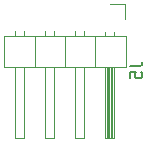
<source format=gbr>
%TF.GenerationSoftware,KiCad,Pcbnew,8.0.9-8.0.9-0~ubuntu22.04.1*%
%TF.CreationDate,2025-05-12T13:18:15+05:45*%
%TF.ProjectId,minor_hardware_pcb,6d696e6f-725f-4686-9172-64776172655f,rev?*%
%TF.SameCoordinates,Original*%
%TF.FileFunction,Legend,Bot*%
%TF.FilePolarity,Positive*%
%FSLAX46Y46*%
G04 Gerber Fmt 4.6, Leading zero omitted, Abs format (unit mm)*
G04 Created by KiCad (PCBNEW 8.0.9-8.0.9-0~ubuntu22.04.1) date 2025-05-12 13:18:15*
%MOMM*%
%LPD*%
G01*
G04 APERTURE LIST*
%ADD10C,0.150000*%
%ADD11C,0.120000*%
G04 APERTURE END LIST*
D10*
X112204819Y-153854666D02*
X112919104Y-153854666D01*
X112919104Y-153854666D02*
X113061961Y-153807047D01*
X113061961Y-153807047D02*
X113157200Y-153711809D01*
X113157200Y-153711809D02*
X113204819Y-153568952D01*
X113204819Y-153568952D02*
X113204819Y-153473714D01*
X112204819Y-154807047D02*
X112204819Y-154330857D01*
X112204819Y-154330857D02*
X112681009Y-154283238D01*
X112681009Y-154283238D02*
X112633390Y-154330857D01*
X112633390Y-154330857D02*
X112585771Y-154426095D01*
X112585771Y-154426095D02*
X112585771Y-154664190D01*
X112585771Y-154664190D02*
X112633390Y-154759428D01*
X112633390Y-154759428D02*
X112681009Y-154807047D01*
X112681009Y-154807047D02*
X112776247Y-154854666D01*
X112776247Y-154854666D02*
X113014342Y-154854666D01*
X113014342Y-154854666D02*
X113109580Y-154807047D01*
X113109580Y-154807047D02*
X113157200Y-154759428D01*
X113157200Y-154759428D02*
X113204819Y-154664190D01*
X113204819Y-154664190D02*
X113204819Y-154426095D01*
X113204819Y-154426095D02*
X113157200Y-154330857D01*
X113157200Y-154330857D02*
X113109580Y-154283238D01*
D11*
%TO.C,J5*%
X101530000Y-151243000D02*
X111810000Y-151243000D01*
X101530000Y-153903000D02*
X101530000Y-151243000D01*
X102480000Y-151243000D02*
X102480000Y-150845929D01*
X102480000Y-153903000D02*
X102480000Y-159903000D01*
X102480000Y-159903000D02*
X103240000Y-159903000D01*
X103240000Y-151243000D02*
X103240000Y-150845929D01*
X103240000Y-159903000D02*
X103240000Y-153903000D01*
X104130000Y-153903000D02*
X104130000Y-151243000D01*
X105020000Y-151243000D02*
X105020000Y-150845929D01*
X105020000Y-153903000D02*
X105020000Y-159903000D01*
X105020000Y-159903000D02*
X105780000Y-159903000D01*
X105780000Y-151243000D02*
X105780000Y-150845929D01*
X105780000Y-159903000D02*
X105780000Y-153903000D01*
X106670000Y-153903000D02*
X106670000Y-151243000D01*
X107560000Y-151243000D02*
X107560000Y-150845929D01*
X107560000Y-153903000D02*
X107560000Y-159903000D01*
X107560000Y-159903000D02*
X108320000Y-159903000D01*
X108320000Y-151243000D02*
X108320000Y-150845929D01*
X108320000Y-159903000D02*
X108320000Y-153903000D01*
X109210000Y-153903000D02*
X109210000Y-151243000D01*
X110100000Y-151243000D02*
X110100000Y-150913000D01*
X110100000Y-153903000D02*
X110100000Y-159903000D01*
X110100000Y-159903000D02*
X110860000Y-159903000D01*
X110200000Y-159903000D02*
X110200000Y-153903000D01*
X110320000Y-159903000D02*
X110320000Y-153903000D01*
X110440000Y-159903000D02*
X110440000Y-153903000D01*
X110560000Y-159903000D02*
X110560000Y-153903000D01*
X110680000Y-159903000D02*
X110680000Y-153903000D01*
X110800000Y-159903000D02*
X110800000Y-153903000D01*
X110860000Y-151243000D02*
X110860000Y-150913000D01*
X110860000Y-159903000D02*
X110860000Y-153903000D01*
X111750000Y-148533000D02*
X110480000Y-148533000D01*
X111750000Y-149803000D02*
X111750000Y-148533000D01*
X111810000Y-151243000D02*
X111810000Y-153903000D01*
X111810000Y-153903000D02*
X101530000Y-153903000D01*
%TD*%
M02*

</source>
